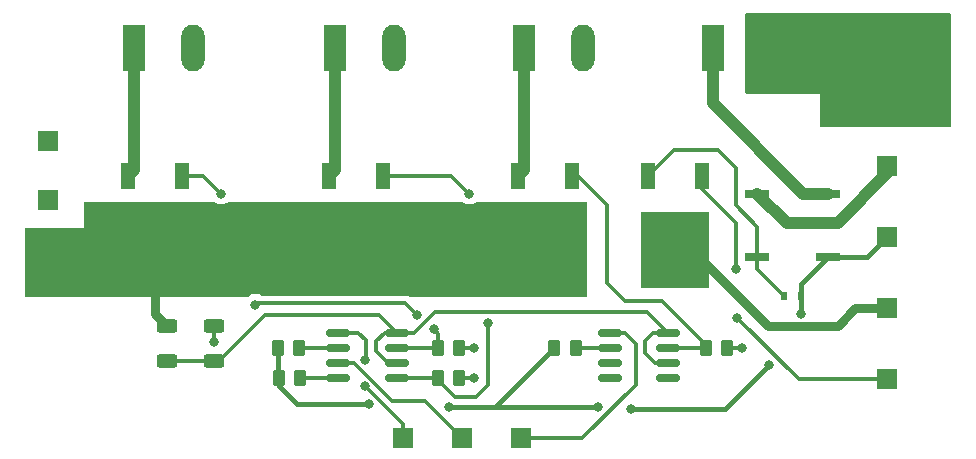
<source format=gbr>
%TF.GenerationSoftware,KiCad,Pcbnew,(6.0.1)*%
%TF.CreationDate,2022-03-07T20:23:26-06:00*%
%TF.ProjectId,light_board,6c696768-745f-4626-9f61-72642e6b6963,rev?*%
%TF.SameCoordinates,Original*%
%TF.FileFunction,Copper,L1,Top*%
%TF.FilePolarity,Positive*%
%FSLAX46Y46*%
G04 Gerber Fmt 4.6, Leading zero omitted, Abs format (unit mm)*
G04 Created by KiCad (PCBNEW (6.0.1)) date 2022-03-07 20:23:26*
%MOMM*%
%LPD*%
G01*
G04 APERTURE LIST*
G04 Aperture macros list*
%AMRoundRect*
0 Rectangle with rounded corners*
0 $1 Rounding radius*
0 $2 $3 $4 $5 $6 $7 $8 $9 X,Y pos of 4 corners*
0 Add a 4 corners polygon primitive as box body*
4,1,4,$2,$3,$4,$5,$6,$7,$8,$9,$2,$3,0*
0 Add four circle primitives for the rounded corners*
1,1,$1+$1,$2,$3*
1,1,$1+$1,$4,$5*
1,1,$1+$1,$6,$7*
1,1,$1+$1,$8,$9*
0 Add four rect primitives between the rounded corners*
20,1,$1+$1,$2,$3,$4,$5,0*
20,1,$1+$1,$4,$5,$6,$7,0*
20,1,$1+$1,$6,$7,$8,$9,0*
20,1,$1+$1,$8,$9,$2,$3,0*%
G04 Aperture macros list end*
%TA.AperFunction,SMDPad,CuDef*%
%ADD10RoundRect,0.250000X-0.625000X0.312500X-0.625000X-0.312500X0.625000X-0.312500X0.625000X0.312500X0*%
%TD*%
%TA.AperFunction,SMDPad,CuDef*%
%ADD11R,0.600000X0.700000*%
%TD*%
%TA.AperFunction,SMDPad,CuDef*%
%ADD12RoundRect,0.150000X-0.825000X-0.150000X0.825000X-0.150000X0.825000X0.150000X-0.825000X0.150000X0*%
%TD*%
%TA.AperFunction,ComponentPad*%
%ADD13R,1.700000X1.700000*%
%TD*%
%TA.AperFunction,ComponentPad*%
%ADD14R,1.980000X3.960000*%
%TD*%
%TA.AperFunction,ComponentPad*%
%ADD15O,1.980000X3.960000*%
%TD*%
%TA.AperFunction,SMDPad,CuDef*%
%ADD16R,1.200000X2.200000*%
%TD*%
%TA.AperFunction,SMDPad,CuDef*%
%ADD17R,5.800000X6.400000*%
%TD*%
%TA.AperFunction,SMDPad,CuDef*%
%ADD18RoundRect,0.250000X0.625000X-0.312500X0.625000X0.312500X-0.625000X0.312500X-0.625000X-0.312500X0*%
%TD*%
%TA.AperFunction,SMDPad,CuDef*%
%ADD19R,2.000000X0.800000*%
%TD*%
%TA.AperFunction,SMDPad,CuDef*%
%ADD20RoundRect,0.250000X0.262500X0.450000X-0.262500X0.450000X-0.262500X-0.450000X0.262500X-0.450000X0*%
%TD*%
%TA.AperFunction,SMDPad,CuDef*%
%ADD21RoundRect,0.250000X-0.262500X-0.450000X0.262500X-0.450000X0.262500X0.450000X-0.262500X0.450000X0*%
%TD*%
%TA.AperFunction,ViaPad*%
%ADD22C,0.800000*%
%TD*%
%TA.AperFunction,Conductor*%
%ADD23C,0.300000*%
%TD*%
%TA.AperFunction,Conductor*%
%ADD24C,0.800000*%
%TD*%
%TA.AperFunction,Conductor*%
%ADD25C,1.000000*%
%TD*%
%TA.AperFunction,Conductor*%
%ADD26C,0.400000*%
%TD*%
G04 APERTURE END LIST*
D10*
%TO.P,R9,1*%
%TO.N,+24V*%
X102500000Y-112437500D03*
%TO.P,R9,2*%
%TO.N,12V*%
X102500000Y-115362500D03*
%TD*%
D11*
%TO.P,D3,1,K*%
%TO.N,Net-(D3-Pad1)*%
X154800000Y-109900000D03*
%TO.P,D3,2,A*%
%TO.N,GND1*%
X156200000Y-109900000D03*
%TD*%
D12*
%TO.P,Q6,1,ANODE_1*%
%TO.N,MCU_L3*%
X140025000Y-112995000D03*
%TO.P,Q6,2,CATHODE_1*%
%TO.N,Net-(Q6-Pad2)*%
X140025000Y-114265000D03*
%TO.P,Q6,3,ANODE_2*%
%TO.N,unconnected-(Q6-Pad3)*%
X140025000Y-115535000D03*
%TO.P,Q6,4,CATHODE_2*%
%TO.N,unconnected-(Q6-Pad4)*%
X140025000Y-116805000D03*
%TO.P,Q6,5,EMITTER_2*%
%TO.N,unconnected-(Q6-Pad5)*%
X144975000Y-116805000D03*
%TO.P,Q6,6,COLLECTOR_2*%
%TO.N,12V*%
X144975000Y-115535000D03*
%TO.P,Q6,7,EMITTER_1*%
%TO.N,L3*%
X144975000Y-114265000D03*
%TO.P,Q6,8,COLLECTOR_1*%
%TO.N,12V*%
X144975000Y-112995000D03*
%TD*%
D13*
%TO.P,J6,1,Pin_1*%
%TO.N,MCU_Bike*%
X163500000Y-116900000D03*
%TD*%
%TO.P,J5,1,Pin_1*%
%TO.N,MCU_L3*%
X132500000Y-121900000D03*
%TD*%
D14*
%TO.P,J9,1,Pin_1*%
%TO.N,Net-(J9-Pad1)*%
X116735000Y-88900000D03*
D15*
%TO.P,J9,2,Pin_2*%
%TO.N,GND*%
X121735000Y-88900000D03*
%TD*%
D16*
%TO.P,Q3,1,G*%
%TO.N,MCU_Bike*%
X147780000Y-99700000D03*
D17*
%TO.P,Q3,2,D*%
%TO.N,+5V*%
X145500000Y-106000000D03*
D16*
%TO.P,Q3,3,S*%
%TO.N,Net-(D3-Pad1)*%
X143220000Y-99700000D03*
%TD*%
%TO.P,Q4,1,G*%
%TO.N,L3*%
X136780000Y-99700000D03*
D17*
%TO.P,Q4,2,D*%
%TO.N,+24V*%
X134500000Y-106000000D03*
D16*
%TO.P,Q4,3,S*%
%TO.N,Net-(J10-Pad1)*%
X132220000Y-99700000D03*
%TD*%
%TO.P,Q1,1,G*%
%TO.N,L1*%
X103780000Y-99700000D03*
D17*
%TO.P,Q1,2,D*%
%TO.N,+24V*%
X101500000Y-106000000D03*
D16*
%TO.P,Q1,3,S*%
%TO.N,Net-(J8-Pad1)*%
X99220000Y-99700000D03*
%TD*%
D13*
%TO.P,J17,1,Pin_1*%
%TO.N,GND1*%
X163500000Y-104900000D03*
%TD*%
D14*
%TO.P,J8,1,Pin_1*%
%TO.N,Net-(J8-Pad1)*%
X99735000Y-88900000D03*
D15*
%TO.P,J8,2,Pin_2*%
%TO.N,GND*%
X104735000Y-88900000D03*
%TD*%
D13*
%TO.P,J3,1,Pin_1*%
%TO.N,MCU_L1*%
X122500000Y-121900000D03*
%TD*%
D14*
%TO.P,J11,1,Pin_1*%
%TO.N,Net-(J11-Pad1)*%
X148735000Y-88900000D03*
D15*
%TO.P,J11,2,Pin_2*%
%TO.N,Earth*%
X153735000Y-88900000D03*
%TD*%
D18*
%TO.P,R10,1*%
%TO.N,12V*%
X106500000Y-115362500D03*
%TO.P,R10,2*%
%TO.N,GND*%
X106500000Y-112437500D03*
%TD*%
D19*
%TO.P,K1,1*%
%TO.N,Net-(D3-Pad1)*%
X152500000Y-106600000D03*
%TO.P,K1,3*%
%TO.N,VAC*%
X152500000Y-101200000D03*
%TO.P,K1,5*%
%TO.N,Net-(J11-Pad1)*%
X158500000Y-101200000D03*
%TO.P,K1,6*%
%TO.N,GND1*%
X158500000Y-106600000D03*
%TD*%
D13*
%TO.P,J12,1,Pin_1*%
%TO.N,VAC*%
X163500000Y-98900000D03*
%TD*%
D20*
%TO.P,R2,1*%
%TO.N,Net-(Q6-Pad2)*%
X137152500Y-114270000D03*
%TO.P,R2,2*%
%TO.N,GND1*%
X135327500Y-114270000D03*
%TD*%
D21*
%TO.P,R8,1*%
%TO.N,L3*%
X148117500Y-114260000D03*
%TO.P,R8,2*%
%TO.N,GND*%
X149942500Y-114260000D03*
%TD*%
D13*
%TO.P,J14,1,Pin_1*%
%TO.N,GND*%
X92460000Y-101720000D03*
%TD*%
D14*
%TO.P,J10,1,Pin_1*%
%TO.N,Net-(J10-Pad1)*%
X132735000Y-88900000D03*
D15*
%TO.P,J10,2,Pin_2*%
%TO.N,GND*%
X137735000Y-88900000D03*
%TD*%
D20*
%TO.P,R3,1*%
%TO.N,Net-(Q5-Pad4)*%
X113822500Y-116830000D03*
%TO.P,R3,2*%
%TO.N,GND1*%
X111997500Y-116830000D03*
%TD*%
D12*
%TO.P,Q5,1,ANODE_1*%
%TO.N,MCU_L1*%
X117025000Y-112995000D03*
%TO.P,Q5,2,CATHODE_1*%
%TO.N,Net-(Q5-Pad2)*%
X117025000Y-114265000D03*
%TO.P,Q5,3,ANODE_2*%
%TO.N,MCU_L2*%
X117025000Y-115535000D03*
%TO.P,Q5,4,CATHODE_2*%
%TO.N,Net-(Q5-Pad4)*%
X117025000Y-116805000D03*
%TO.P,Q5,5,EMITTER_2*%
%TO.N,L2*%
X121975000Y-116805000D03*
%TO.P,Q5,6,COLLECTOR_2*%
%TO.N,12V*%
X121975000Y-115535000D03*
%TO.P,Q5,7,EMITTER_1*%
%TO.N,L1*%
X121975000Y-114265000D03*
%TO.P,Q5,8,COLLECTOR_1*%
%TO.N,12V*%
X121975000Y-112995000D03*
%TD*%
D21*
%TO.P,R7,1*%
%TO.N,L1*%
X125457500Y-114290000D03*
%TO.P,R7,2*%
%TO.N,GND*%
X127282500Y-114290000D03*
%TD*%
D13*
%TO.P,J7,1,Pin_1*%
%TO.N,+5V*%
X163500000Y-110900000D03*
%TD*%
%TO.P,J2,1,Pin_1*%
%TO.N,GND*%
X92460000Y-96720000D03*
%TD*%
D16*
%TO.P,Q2,1,G*%
%TO.N,L2*%
X120780000Y-99700000D03*
D17*
%TO.P,Q2,2,D*%
%TO.N,+24V*%
X118500000Y-106000000D03*
D16*
%TO.P,Q2,3,S*%
%TO.N,Net-(J9-Pad1)*%
X116220000Y-99700000D03*
%TD*%
D13*
%TO.P,J4,1,Pin_1*%
%TO.N,MCU_L2*%
X127500000Y-121900000D03*
%TD*%
%TO.P,J13,1,Pin_1*%
%TO.N,Earth*%
X163500000Y-92900000D03*
%TD*%
%TO.P,J1,1,Pin_1*%
%TO.N,+24V*%
X92460000Y-106720000D03*
%TD*%
D20*
%TO.P,R1,1*%
%TO.N,Net-(Q5-Pad2)*%
X113712500Y-114240000D03*
%TO.P,R1,2*%
%TO.N,GND1*%
X111887500Y-114240000D03*
%TD*%
D21*
%TO.P,R5,1*%
%TO.N,L2*%
X125457500Y-116790000D03*
%TO.P,R5,2*%
%TO.N,GND*%
X127282500Y-116790000D03*
%TD*%
D22*
%TO.N,GND*%
X106520000Y-113750000D03*
X128540000Y-114300000D03*
X151220000Y-114250000D03*
X128550000Y-116780000D03*
%TO.N,L1*%
X125100000Y-112700000D03*
X107100000Y-101200000D03*
X123700000Y-111500000D03*
X110000000Y-110600000D03*
%TO.N,L2*%
X128100000Y-101200000D03*
X129700000Y-112200000D03*
%TO.N,MCU_L1*%
X119260000Y-117480000D03*
X119290000Y-115320000D03*
%TO.N,GND1*%
X141800000Y-119400000D03*
X119600000Y-119000000D03*
X153500000Y-115700000D03*
X126400000Y-119300000D03*
X139000000Y-119300000D03*
X156200000Y-111400000D03*
%TO.N,MCU_Bike*%
X150700000Y-107600000D03*
X150800000Y-111700000D03*
%TD*%
D23*
%TO.N,Net-(D3-Pad1)*%
X150700000Y-102193572D02*
X152500000Y-103993572D01*
X152500000Y-103993572D02*
X152500000Y-106600000D01*
X152500000Y-107600000D02*
X154800000Y-109900000D01*
X150700000Y-99000000D02*
X150700000Y-102193572D01*
X143220000Y-99700000D02*
X145420000Y-97500000D01*
X145420000Y-97500000D02*
X149200000Y-97500000D01*
X149200000Y-97500000D02*
X150700000Y-99000000D01*
X152500000Y-106600000D02*
X152500000Y-107600000D01*
%TO.N,GND*%
X151210000Y-114260000D02*
X151220000Y-114250000D01*
X149942500Y-114260000D02*
X151210000Y-114260000D01*
X127282500Y-116790000D02*
X128540000Y-116790000D01*
X106500000Y-112437500D02*
X106500000Y-113730000D01*
X128530000Y-114290000D02*
X128540000Y-114300000D01*
X128540000Y-116790000D02*
X128550000Y-116780000D01*
X127282500Y-114290000D02*
X128530000Y-114290000D01*
X106500000Y-113730000D02*
X106520000Y-113750000D01*
D24*
%TO.N,+24V*%
X101500000Y-111437500D02*
X102500000Y-112437500D01*
X101500000Y-106000000D02*
X101500000Y-111437500D01*
D23*
%TO.N,L1*%
X117400000Y-110500000D02*
X110100000Y-110500000D01*
X121975000Y-114265000D02*
X125432500Y-114265000D01*
X122700000Y-110500000D02*
X117400000Y-110500000D01*
X107100000Y-101200000D02*
X105600000Y-99700000D01*
X123700000Y-111500000D02*
X122700000Y-110500000D01*
X125457500Y-113057500D02*
X125100000Y-112700000D01*
X110100000Y-110500000D02*
X110000000Y-110600000D01*
X125432500Y-114265000D02*
X125457500Y-114290000D01*
X105600000Y-99700000D02*
X103780000Y-99700000D01*
X125457500Y-114290000D02*
X125457500Y-113057500D01*
%TO.N,L2*%
X128700000Y-118400000D02*
X126900000Y-118400000D01*
X125457500Y-116957500D02*
X125457500Y-116790000D01*
X126900000Y-118400000D02*
X125457500Y-116957500D01*
X129700000Y-117400000D02*
X128700000Y-118400000D01*
X129700000Y-112200000D02*
X129700000Y-117400000D01*
X120780000Y-99700000D02*
X126600000Y-99700000D01*
X121990000Y-116790000D02*
X125457500Y-116790000D01*
X126600000Y-99700000D02*
X128100000Y-101200000D01*
X121975000Y-116805000D02*
X121990000Y-116790000D01*
%TO.N,L3*%
X148117500Y-114260000D02*
X148117500Y-114017500D01*
X141300000Y-110300000D02*
X139800000Y-108800000D01*
X148117500Y-114017500D02*
X144400000Y-110300000D01*
X144400000Y-110300000D02*
X141300000Y-110300000D01*
X144975000Y-114265000D02*
X148112500Y-114265000D01*
X137300000Y-99700000D02*
X136780000Y-99700000D01*
X139800000Y-102200000D02*
X137300000Y-99700000D01*
X139800000Y-108800000D02*
X139800000Y-102200000D01*
X148112500Y-114265000D02*
X148117500Y-114260000D01*
%TO.N,MCU_L1*%
X119290000Y-115320000D02*
X119340000Y-115270000D01*
X122500000Y-120720000D02*
X119260000Y-117480000D01*
X119340000Y-115270000D02*
X119340000Y-113610000D01*
X118725000Y-112995000D02*
X117025000Y-112995000D01*
X119340000Y-113610000D02*
X118725000Y-112995000D01*
X122500000Y-121900000D02*
X122500000Y-120720000D01*
D24*
%TO.N,+5V*%
X153400000Y-112400000D02*
X159300000Y-112400000D01*
X145500000Y-106000000D02*
X147000000Y-106000000D01*
X159300000Y-112400000D02*
X160800000Y-110900000D01*
X160800000Y-110900000D02*
X163500000Y-110900000D01*
X147000000Y-106000000D02*
X153400000Y-112400000D01*
D25*
%TO.N,Net-(J8-Pad1)*%
X99735000Y-88900000D02*
X99735000Y-99185000D01*
X99735000Y-99185000D02*
X99220000Y-99700000D01*
%TO.N,Net-(J9-Pad1)*%
X116735000Y-88900000D02*
X116735000Y-99185000D01*
X116735000Y-99185000D02*
X116220000Y-99700000D01*
%TO.N,Net-(J10-Pad1)*%
X132735000Y-88900000D02*
X132735000Y-99185000D01*
X132735000Y-99185000D02*
X132220000Y-99700000D01*
%TO.N,Net-(J11-Pad1)*%
X148735000Y-93535000D02*
X156400000Y-101200000D01*
X148735000Y-88900000D02*
X148735000Y-93535000D01*
X156400000Y-101200000D02*
X158500000Y-101200000D01*
D26*
%TO.N,GND1*%
X113500000Y-119000000D02*
X119600000Y-119000000D01*
X111997500Y-116830000D02*
X111997500Y-117497500D01*
X111887500Y-114240000D02*
X111887500Y-116720000D01*
X111887500Y-116720000D02*
X111997500Y-116830000D01*
X141800000Y-119400000D02*
X149800000Y-119400000D01*
X126400000Y-119300000D02*
X130297500Y-119300000D01*
X112700000Y-118200000D02*
X113500000Y-119000000D01*
X156200000Y-111400000D02*
X156200000Y-109900000D01*
X149800000Y-119400000D02*
X153500000Y-115700000D01*
X130297500Y-119300000D02*
X139000000Y-119300000D01*
X130297500Y-119300000D02*
X135327500Y-114270000D01*
X111997500Y-117497500D02*
X112700000Y-118200000D01*
X156200000Y-108900000D02*
X158500000Y-106600000D01*
X158500000Y-106600000D02*
X161800000Y-106600000D01*
X156200000Y-109900000D02*
X156200000Y-108900000D01*
X161800000Y-106600000D02*
X163500000Y-104900000D01*
D25*
%TO.N,VAC*%
X163500000Y-99500000D02*
X163500000Y-98900000D01*
X152500000Y-101200000D02*
X155000000Y-103700000D01*
X155000000Y-103700000D02*
X159300000Y-103700000D01*
X159300000Y-103700000D02*
X163500000Y-99500000D01*
D23*
%TO.N,MCU_L2*%
X118385000Y-115535000D02*
X117025000Y-115535000D01*
X121610000Y-118760000D02*
X118385000Y-115535000D01*
X124360000Y-118760000D02*
X121610000Y-118760000D01*
X127500000Y-121900000D02*
X124360000Y-118760000D01*
%TO.N,MCU_L3*%
X141295000Y-112995000D02*
X140025000Y-112995000D01*
X132500000Y-121900000D02*
X137700000Y-121900000D01*
X137700000Y-121900000D02*
X142200000Y-117400000D01*
X142200000Y-117400000D02*
X142200000Y-113900000D01*
X142200000Y-113900000D02*
X141295000Y-112995000D01*
%TO.N,MCU_Bike*%
X147780000Y-100780000D02*
X147780000Y-99700000D01*
X156000000Y-116900000D02*
X150800000Y-111700000D01*
X150700000Y-103700000D02*
X147780000Y-100780000D01*
X163500000Y-116900000D02*
X156000000Y-116900000D01*
X150700000Y-107600000D02*
X150700000Y-103700000D01*
%TO.N,Net-(Q5-Pad2)*%
X113712500Y-114240000D02*
X117000000Y-114240000D01*
X117000000Y-114240000D02*
X117025000Y-114265000D01*
%TO.N,Net-(Q5-Pad4)*%
X113822500Y-116830000D02*
X117000000Y-116830000D01*
X117000000Y-116830000D02*
X117025000Y-116805000D01*
%TO.N,12V*%
X143190000Y-111210000D02*
X144975000Y-112995000D01*
X143010000Y-114670000D02*
X143875000Y-115535000D01*
X121975000Y-112995000D02*
X123465000Y-112995000D01*
X102500000Y-115362500D02*
X106500000Y-115362500D01*
X120220000Y-113720000D02*
X120945000Y-112995000D01*
X120945000Y-112995000D02*
X121975000Y-112995000D01*
X143675000Y-112995000D02*
X143010000Y-113660000D01*
X106917500Y-115362500D02*
X110780000Y-111500000D01*
X110780000Y-111500000D02*
X120480000Y-111500000D01*
X106500000Y-115362500D02*
X106917500Y-115362500D01*
X144975000Y-112995000D02*
X143675000Y-112995000D01*
X121195000Y-115535000D02*
X120220000Y-114560000D01*
X143875000Y-115535000D02*
X144975000Y-115535000D01*
X120480000Y-111500000D02*
X121975000Y-112995000D01*
X125250000Y-111210000D02*
X143190000Y-111210000D01*
X120220000Y-114560000D02*
X120220000Y-113720000D01*
X123465000Y-112995000D02*
X125250000Y-111210000D01*
X121975000Y-115535000D02*
X121195000Y-115535000D01*
X143010000Y-113660000D02*
X143010000Y-114670000D01*
%TO.N,Net-(Q6-Pad2)*%
X137152500Y-114270000D02*
X140020000Y-114270000D01*
X140020000Y-114270000D02*
X140025000Y-114265000D01*
%TD*%
%TA.AperFunction,Conductor*%
%TO.N,Earth*%
G36*
X168842121Y-85920002D02*
G01*
X168888614Y-85973658D01*
X168900000Y-86026000D01*
X168900000Y-95474000D01*
X168879998Y-95542121D01*
X168826342Y-95588614D01*
X168774000Y-95600000D01*
X157926000Y-95600000D01*
X157857879Y-95579998D01*
X157811386Y-95526342D01*
X157800000Y-95474000D01*
X157800000Y-92800000D01*
X151626000Y-92800000D01*
X151557879Y-92779998D01*
X151511386Y-92726342D01*
X151500000Y-92674000D01*
X151500000Y-86026000D01*
X151520002Y-85957879D01*
X151573658Y-85911386D01*
X151626000Y-85900000D01*
X168774000Y-85900000D01*
X168842121Y-85920002D01*
G37*
%TD.AperFunction*%
%TD*%
%TA.AperFunction,Conductor*%
%TO.N,+24V*%
G36*
X106550956Y-101924064D02*
G01*
X106619216Y-101973658D01*
X106643248Y-101991118D01*
X106649276Y-101993802D01*
X106649278Y-101993803D01*
X106811681Y-102066109D01*
X106817712Y-102068794D01*
X106911113Y-102088647D01*
X106998056Y-102107128D01*
X106998061Y-102107128D01*
X107004513Y-102108500D01*
X107195487Y-102108500D01*
X107201939Y-102107128D01*
X107201944Y-102107128D01*
X107288888Y-102088647D01*
X107382288Y-102068794D01*
X107388319Y-102066109D01*
X107550722Y-101993803D01*
X107550724Y-101993802D01*
X107556752Y-101991118D01*
X107580784Y-101973658D01*
X107649044Y-101924064D01*
X107723105Y-101900000D01*
X127476895Y-101900000D01*
X127550956Y-101924064D01*
X127619216Y-101973658D01*
X127643248Y-101991118D01*
X127649276Y-101993802D01*
X127649278Y-101993803D01*
X127811681Y-102066109D01*
X127817712Y-102068794D01*
X127911113Y-102088647D01*
X127998056Y-102107128D01*
X127998061Y-102107128D01*
X128004513Y-102108500D01*
X128195487Y-102108500D01*
X128201939Y-102107128D01*
X128201944Y-102107128D01*
X128288888Y-102088647D01*
X128382288Y-102068794D01*
X128388319Y-102066109D01*
X128550722Y-101993803D01*
X128550724Y-101993802D01*
X128556752Y-101991118D01*
X128580784Y-101973658D01*
X128649044Y-101924064D01*
X128723105Y-101900000D01*
X137974000Y-101900000D01*
X138042121Y-101920002D01*
X138088614Y-101973658D01*
X138100000Y-102026000D01*
X138100000Y-109874000D01*
X138079998Y-109942121D01*
X138026342Y-109988614D01*
X137974000Y-110000000D01*
X123179391Y-110000000D01*
X123111270Y-109979998D01*
X123102371Y-109973054D01*
X123102326Y-109973115D01*
X123095914Y-109968456D01*
X123090133Y-109963028D01*
X123081551Y-109958310D01*
X123071342Y-109952697D01*
X123054818Y-109941843D01*
X123044132Y-109933555D01*
X123037868Y-109928696D01*
X123030596Y-109925549D01*
X123030594Y-109925548D01*
X122995465Y-109910346D01*
X122984805Y-109905124D01*
X122951284Y-109886695D01*
X122951282Y-109886694D01*
X122944337Y-109882876D01*
X122923559Y-109877541D01*
X122904869Y-109871142D01*
X122885176Y-109862620D01*
X122839552Y-109855394D01*
X122827929Y-109852987D01*
X122799928Y-109845798D01*
X122783188Y-109841500D01*
X122761741Y-109841500D01*
X122742031Y-109839949D01*
X122728677Y-109837834D01*
X122720848Y-109836594D01*
X122674859Y-109840941D01*
X122663004Y-109841500D01*
X110542587Y-109841500D01*
X110468528Y-109817437D01*
X110462098Y-109812765D01*
X110462091Y-109812761D01*
X110456752Y-109808882D01*
X110450724Y-109806198D01*
X110450722Y-109806197D01*
X110288319Y-109733891D01*
X110288318Y-109733891D01*
X110282288Y-109731206D01*
X110188887Y-109711353D01*
X110101944Y-109692872D01*
X110101939Y-109692872D01*
X110095487Y-109691500D01*
X109904513Y-109691500D01*
X109898061Y-109692872D01*
X109898056Y-109692872D01*
X109811113Y-109711353D01*
X109717712Y-109731206D01*
X109711682Y-109733891D01*
X109711681Y-109733891D01*
X109549278Y-109806197D01*
X109549276Y-109806198D01*
X109543248Y-109808882D01*
X109537907Y-109812762D01*
X109537906Y-109812763D01*
X109531473Y-109817437D01*
X109388747Y-109921134D01*
X109355272Y-109958312D01*
X109294829Y-109995550D01*
X109261638Y-110000000D01*
X90626000Y-110000000D01*
X90557879Y-109979998D01*
X90511386Y-109926342D01*
X90500000Y-109874000D01*
X90500000Y-104226000D01*
X90520002Y-104157879D01*
X90573658Y-104111386D01*
X90626000Y-104100000D01*
X95500000Y-104100000D01*
X95500000Y-102026000D01*
X95520002Y-101957879D01*
X95573658Y-101911386D01*
X95626000Y-101900000D01*
X106476895Y-101900000D01*
X106550956Y-101924064D01*
G37*
%TD.AperFunction*%
%TD*%
M02*

</source>
